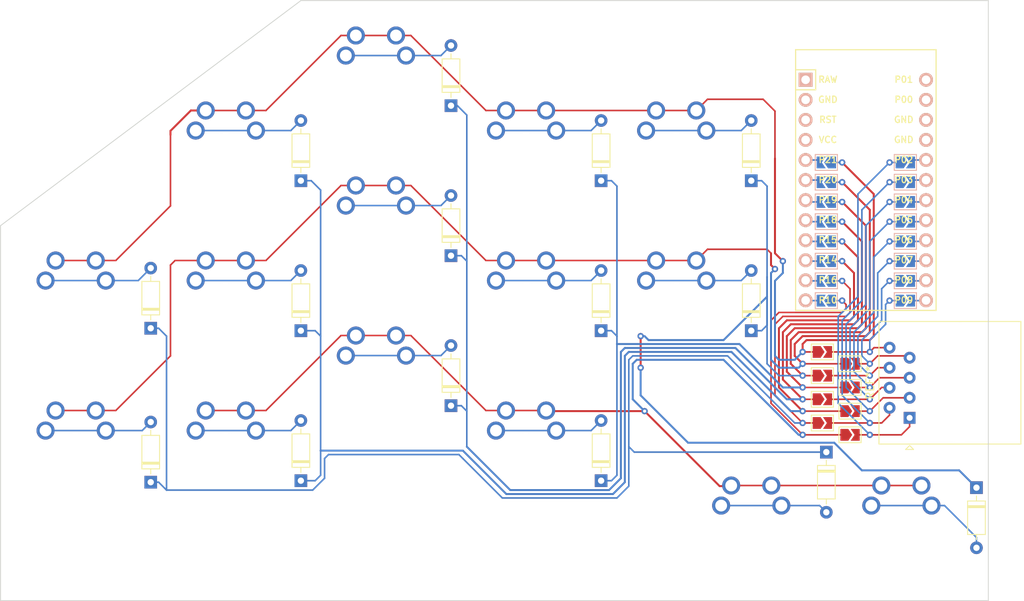
<source format=kicad_pcb>
(kicad_pcb (version 20211014) (generator pcbnew)
  (layers (0 "F.Cu" signal) (31 "B.Cu" signal) (34 "B.Paste" user) (35 "F.Paste" user) (36 "B.SilkS" user "B.Silkscreen") (37 "F.SilkS" user "F.Silkscreen") (38 "B.Mask" user) (39 "F.Mask" user) (44 "Edge.Cuts" user))
  (net 0 "")
  (footprint "MX" (layer "F.Cu") (at 134 98)
    (fp_text reference "S14" hide)
    (fp_text value "" hide)
  )
  (footprint "Diode_THT:D_DO-35_SOD27_P7.62mm_Horizontal" (layer "F.Cu") (at 115 73.31 90)
    (fp_text reference "R" hide)
    (fp_text value "d" hide)
  )
  (footprint "ProMicro" (layer "F.Cu") (at 129.5 55.5 -90)
    (fp_text reference "MCU1" hide)
    (fp_text value "" hide)
  )
  (footprint "MX" (layer "F.Cu") (at 67.5 79)
    (fp_text reference "S14" hide)
    (fp_text value "" hide)
  )
  (footprint "MX" (layer "F.Cu") (at 105.5 50.5)
    (fp_text reference "S14" hide)
    (fp_text value "" hide)
  )
  (footprint "Diode_THT:D_DO-35_SOD27_P7.62mm_Horizontal" (layer "F.Cu") (at 58 92.31 90)
    (fp_text reference "R" hide)
    (fp_text value "d" hide)
  )
  (footprint "Diode_THT:D_DO-35_SOD27_P7.62mm_Horizontal" (layer "F.Cu") (at 143.5 93.19 -90)
    (fp_text reference "R" hide)
    (fp_text value "d" hide)
  )
  (footprint "MX" (layer "F.Cu") (at 48.5 50.5)
    (fp_text reference "S14" hide)
    (fp_text value "" hide)
  )
  (footprint "Diode_THT:D_DO-35_SOD27_P7.62mm_Horizontal" (layer "F.Cu") (at 96 92.31 90)
    (fp_text reference "R" hide)
    (fp_text value "d" hide)
  )
  (footprint "MX" (layer "F.Cu") (at 48.5 69.5)
    (fp_text reference "S14" hide)
    (fp_text value "" hide)
  )
  (footprint "Diode_THT:D_DO-35_SOD27_P7.62mm_Horizontal" (layer "F.Cu") (at 77 44.81 90)
    (fp_text reference "R" hide)
    (fp_text value "d" hide)
  )
  (footprint "MX" (layer "F.Cu") (at 115 98)
    (fp_text reference "S14" hide)
    (fp_text value "" hide)
  )
  (footprint "MX" (layer "F.Cu") (at 86.5 50.5)
    (fp_text reference "S14" hide)
    (fp_text value "" hide)
  )
  (footprint "MX" (layer "F.Cu") (at 48.5 88.5)
    (fp_text reference "S14" hide)
    (fp_text value "" hide)
  )
  (footprint "Jumper:SolderJumper-2_P1.3mm_Open_TrianglePad1.0x1.5mm" (layer "F.Cu") (at 127.5 80.5)
    (fp_text reference "r" hide)
    (fp_text value "Jump" hide)
  )
  (footprint "Jumper:SolderJumper-2_P1.3mm_Open_TrianglePad1.0x1.5mm" (layer "F.Cu") (at 124 85)
    (fp_text reference "r" hide)
    (fp_text value "Jump" hide)
  )
  (footprint "Jumper:SolderJumper-2_P1.3mm_Open_TrianglePad1.0x1.5mm" (layer "F.Cu") (at 124 76)
    (fp_text reference "r" hide)
    (fp_text value "Jump" hide)
  )
  (footprint "Diode_THT:D_DO-35_SOD27_P7.62mm_Horizontal" (layer "F.Cu") (at 39 92.5 90)
    (fp_text reference "R" hide)
    (fp_text value "d" hide)
  )
  (footprint "Diode_THT:D_DO-35_SOD27_P7.62mm_Horizontal" (layer "F.Cu") (at 39 73 90)
    (fp_text reference "R" hide)
    (fp_text value "d" hide)
  )
  (footprint "Jumper:SolderJumper-2_P1.3mm_Open_TrianglePad1.0x1.5mm" (layer "F.Cu") (at 127.5 86.5)
    (fp_text reference "r" hide)
    (fp_text value "Jump" hide)
  )
  (footprint "Jumper:SolderJumper-2_P1.3mm_Open_TrianglePad1.0x1.5mm" (layer "F.Cu") (at 127.5 77.5)
    (fp_text reference "r" hide)
    (fp_text value "Jump" hide)
  )
  (footprint "Jumper:SolderJumper-2_P1.3mm_Open_TrianglePad1.0x1.5mm" (layer "F.Cu") (at 127.5 83.5)
    (fp_text reference "r" hide)
    (fp_text value "Jump" hide)
  )
  (footprint "Diode_THT:D_DO-35_SOD27_P7.62mm_Horizontal" (layer "F.Cu") (at 115 54.31 90)
    (fp_text reference "R" hide)
    (fp_text value "d" hide)
  )
  (footprint "MX" (layer "F.Cu") (at 105.5 69.5)
    (fp_text reference "S14" hide)
    (fp_text value "" hide)
  )
  (footprint "Jumper:SolderJumper-2_P1.3mm_Open_TrianglePad1.0x1.5mm" (layer "F.Cu") (at 124 79)
    (fp_text reference "r" hide)
    (fp_text value "Jump" hide)
  )
  (footprint "Diode_THT:D_DO-35_SOD27_P7.62mm_Horizontal" (layer "F.Cu") (at 77 82.81 90)
    (fp_text reference "R" hide)
    (fp_text value "d" hide)
  )
  (footprint "Diode_THT:D_DO-35_SOD27_P7.62mm_Horizontal" (layer "F.Cu") (at 96 73.31 90)
    (fp_text reference "R" hide)
    (fp_text value "d" hide)
  )
  (footprint "Diode_THT:D_DO-35_SOD27_P7.62mm_Horizontal" (layer "F.Cu") (at 124.5 88.69 -90)
    (fp_text reference "R" hide)
    (fp_text value "d" hide)
  )
  (footprint "Connector_RJ:RJ45_Amphenol_54602-x08_Horizontal" (layer "F.Cu") (at 135.04 84.35 90)
    (fp_text reference "REF**")
    (fp_text value "RJ45_Amphenol_54602-x08_Horizontal")
  )
  (footprint "Diode_THT:D_DO-35_SOD27_P7.62mm_Horizontal" (layer "F.Cu") (at 77 63.81 90)
    (fp_text reference "R" hide)
    (fp_text value "d" hide)
  )
  (footprint "Jumper:SolderJumper-2_P1.3mm_Open_TrianglePad1.0x1.5mm" (layer "F.Cu") (at 124 82)
    (fp_text reference "r" hide)
    (fp_text value "Jump" hide)
  )
  (footprint "MX" (layer "F.Cu") (at 67.5 41)
    (fp_text reference "S14" hide)
    (fp_text value "" hide)
  )
  (footprint "Diode_THT:D_DO-35_SOD27_P7.62mm_Horizontal" (layer "F.Cu") (at 58 73.31 90)
    (fp_text reference "R" hide)
    (fp_text value "d" hide)
  )
  (footprint "MX" (layer "F.Cu") (at 86.5 88.5)
    (fp_text reference "S14" hide)
    (fp_text value "" hide)
  )
  (footprint "Diode_THT:D_DO-35_SOD27_P7.62mm_Horizontal" (layer "F.Cu") (at 96 54.31 90)
    (fp_text reference "R" hide)
    (fp_text value "d" hide)
  )
  (footprint "MX" (layer "F.Cu") (at 29.5 69.5)
    (fp_text reference "S14" hide)
    (fp_text value "" hide)
  )
  (footprint "MX" (layer "F.Cu") (at 86.5 69.5)
    (fp_text reference "S14" hide)
    (fp_text value "" hide)
  )
  (footprint "Diode_THT:D_DO-35_SOD27_P7.62mm_Horizontal" (layer "F.Cu") (at 58 54.31 90)
    (fp_text reference "R" hide)
    (fp_text value "d" hide)
  )
  (footprint "MX" (layer "F.Cu") (at 67.5 60)
    (fp_text reference "S14" hide)
    (fp_text value "" hide)
  )
  (footprint "MX" (layer "F.Cu") (at 29.5 88.5)
    (fp_text reference "S14" hide)
    (fp_text value "" hide)
  )
  (footprint "Jumper:SolderJumper-2_P1.3mm_Open_TrianglePad1.0x1.5mm" (layer "B.Cu") (at 134.5 54.5)
    (fp_text reference "r" hide)
    (fp_text value "Jump" hide)
  )
  (footprint "Jumper:SolderJumper-2_P1.3mm_Open_TrianglePad1.0x1.5mm" (layer "B.Cu") (at 134.5 62)
    (fp_text reference "r" hide)
    (fp_text value "Jump" hide)
  )
  (footprint "Jumper:SolderJumper-2_P1.3mm_Open_TrianglePad1.0x1.5mm" (layer "B.Cu") (at 124.5 59.5 180)
    (fp_text reference "r" hide)
    (fp_text value "Jump" hide)
  )
  (footprint "Jumper:SolderJumper-2_P1.3mm_Open_TrianglePad1.0x1.5mm" (layer "B.Cu") (at 134.5 69.5)
    (fp_text reference "r" hide)
    (fp_text value "Jump" hide)
  )
  (footprint "Jumper:SolderJumper-2_P1.3mm_Open_TrianglePad1.0x1.5mm" (layer "B.Cu") (at 134.5 67)
    (fp_text reference "r" hide)
    (fp_text value "Jump" hide)
  )
  (footprint "Jumper:SolderJumper-2_P1.3mm_Open_TrianglePad1.0x1.5mm" (layer "B.Cu") (at 124.5 52 180)
    (fp_text reference "r" hide)
    (fp_text value "Jump" hide)
  )
  (footprint "Jumper:SolderJumper-2_P1.3mm_Open_TrianglePad1.0x1.5mm" (layer "B.Cu") (at 134.5 57)
    (fp_text reference "r" hide)
    (fp_text value "Jump" hide)
  )
  (footprint "Jumper:SolderJumper-2_P1.3mm_Open_TrianglePad1.0x1.5mm" (layer "B.Cu") (at 124.5 67 180)
    (fp_text reference "r" hide)
    (fp_text value "Jump" hide)
  )
  (footprint "Jumper:SolderJumper-2_P1.3mm_Open_TrianglePad1.0x1.5mm" (layer "B.Cu") (at 124.5 57 180)
    (fp_text reference "r" hide)
    (fp_text value "Jump" hide)
  )
  (footprint "Jumper:SolderJumper-2_P1.3mm_Open_TrianglePad1.0x1.5mm" (layer "B.Cu") (at 124.5 62 180)
    (fp_text reference "r" hide)
    (fp_text value "Jump" hide)
  )
  (footprint "Jumper:SolderJumper-2_P1.3mm_Open_TrianglePad1.0x1.5mm" (layer "B.Cu") (at 124.5 64.5 180)
    (fp_text reference "r" hide)
    (fp_text value "Jump" hide)
  )
  (footprint "Jumper:SolderJumper-2_P1.3mm_Open_TrianglePad1.0x1.5mm" (layer "B.Cu") (at 134.5 64.5)
    (fp_text reference "r" hide)
    (fp_text value "Jump" hide)
  )
  (footprint "Jumper:SolderJumper-2_P1.3mm_Open_TrianglePad1.0x1.5mm" (layer "B.Cu") (at 124.5 54.5 180)
    (fp_text reference "r" hide)
    (fp_text value "Jump" hide)
  )
  (footprint "Jumper:SolderJumper-2_P1.3mm_Open_TrianglePad1.0x1.5mm" (layer "B.Cu") (at 124.5 69.5 180)
    (fp_text reference "r" hide)
    (fp_text value "Jump" hide)
  )
  (footprint "Jumper:SolderJumper-2_P1.3mm_Open_TrianglePad1.0x1.5mm" (layer "B.Cu") (at 134.5 59.5)
    (fp_text reference "r" hide)
    (fp_text value "Jump" hide)
  )
  (footprint "Jumper:SolderJumper-2_P1.3mm_Open_TrianglePad1.0x1.5mm" (layer "B.Cu") (at 134.5 52)
    (fp_text reference "r" hide)
    (fp_text value "Jump" hide)
  )
  (gr_line (start 20 60) (end 20 107.5) (layer "Edge.Cuts") (width 0.1))
  (gr_line (start 58 31.5) (end 20 60) (layer "Edge.Cuts") (width 0.1))
  (gr_line (start 145 107.5) (end 145 87.5) (layer "Edge.Cuts") (width 0.1))
  (gr_line (start 145 87.5) (end 145 72) (layer "Edge.Cuts") (width 0.1))
  (gr_line (start 145 72) (end 145 31.5) (layer "Edge.Cuts") (width 0.1))
  (gr_line (start 20 107.5) (end 145 107.5) (layer "Edge.Cuts") (width 0.1))
  (gr_line (start 145 31.5) (end 58 31.5) (layer "Edge.Cuts") (width 0.1))
  (segment (start 130 73.5) (end 130 58) (width 0.25) (layer "F.Cu") (net 0))
  (segment (start 126.775 77.5) (end 121.5 77.5) (width 0.2) (layer "F.Cu") (net 0))
  (segment (start 130 76) (end 124.725 76) (width 0.2) (layer "F.Cu") (net 0))
  (segment (start 102.96 45.42) (end 108.04 45.42) (width 0.2) (layer "F.Cu") (net 0))
  (segment (start 102.96 64.42) (end 108.04 64.42) (width 0.2) (layer "F.Cu") (net 0))
  (segment (start 131.23 79.27) (end 135.04 79.27) (width 0.2) (layer "F.Cu") (net 0))
  (segment (start 120 74.5) (end 121 73.5) (width 0.25) (layer "F.Cu") (net 0))
  (segment (start 119.5 74) (end 120.5 73) (width 0.25) (layer "F.Cu") (net 0))
  (segment (start 131 78) (end 132.5 78) (width 0.2) (layer "F.Cu") (net 0))
  (segment (start 134 86.5) (end 135.04 85.46) (width 0.2) (layer "F.Cu") (net 0))
  (segment (start 127.5 68) (end 126.5 67) (width 0.2) (layer "F.Cu") (net 0))
  (segment (start 131.69 81.81) (end 135.04 81.81) (width 0.2) (layer "F.Cu") (net 0))
  (segment (start 117.5 82.5) (end 121.5 86.5) (width 0.2) (layer "F.Cu") (net 0))
  (segment (start 120.5 73) (end 128.5 73) (width 0.25) (layer "F.Cu") (net 0))
  (segment (start 126.775 80.5) (end 121.5 80.5) (width 0.2) (layer "F.Cu") (net 0))
  (segment (start 127 70) (end 127 70.5) (width 0.2) (layer "F.Cu") (net 0))
  (segment (start 51.04 45.42) (end 53.58 45.42) (width 0.2) (layer "F.Cu") (net 0))
  (segment (start 129 62) (end 126.5 59.5) (width 0.25) (layer "F.Cu") (net 0))
  (segment (start 132.5 84) (end 132.5 83.08) (width 0.2) (layer "F.Cu") (net 0))
  (segment (start 53.58 45.42) (end 63.08 35.92) (width 0.2) (layer "F.Cu") (net 0))
  (segment (start 127 70.5) (end 126.5 71) (width 0.2) (layer "F.Cu") (net 0))
  (segment (start 108.04 45.42) (end 109.46 44) (width 0.2) (layer "F.Cu") (net 0))
  (segment (start 120 77.5) (end 120 74.5) (width 0.25) (layer "F.Cu") (net 0))
  (segment (start 130 82) (end 124.725 82) (width 0.2) (layer "F.Cu") (net 0))
  (segment (start 64.96 73.92) (end 70.04 73.92) (width 0.2) (layer "F.Cu") (net 0))
  (segment (start 71.92 73.92) (end 81.42 83.42) (width 0.2) (layer "F.Cu") (net 0))
  (segment (start 128 72.5) (end 128.5 72) (width 0.25) (layer "F.Cu") (net 0))
  (segment (start 130 74.5) (end 130.5 74) (width 0.25) (layer "F.Cu") (net 0))
  (segment (start 135.04 85.46) (end 135.04 84.35) (width 0.2) (layer "F.Cu") (net 0))
  (segment (start 121.99 64.5) (end 121.88 64.39) (width 0.2) (layer "F.Cu") (net 0))
  (segment (start 118 65.5) (end 117.5 65) (width 0.25) (layer "F.Cu") (net 0))
  (segment (start 129.5 74) (end 130 73.5) (width 0.25) (layer "F.Cu") (net 0))
  (segment (start 121.5 85) (end 118 81.5) (width 0.2) (layer "F.Cu") (net 0))
  (segment (start 128.5 64) (end 126.5 62) (width 0.25) (layer "F.Cu") (net 0))
  (segment (start 41.5 65) (end 42.08 64.42) (width 0.2) (layer "F.Cu") (net 0))
  (segment (start 118 63.5) (end 118 51.5) (width 0.25) (layer "F.Cu") (net 0))
  (segment (start 45.96 64.42) (end 51.04 64.42) (width 0.2) (layer "F.Cu") (net 0))
  (segment (start 81.42 64.42) (end 83.96 64.42) (width 0.2) (layer "F.Cu") (net 0))
  (segment (start 130 83.5) (end 131.69 81.81) (width 0.2) (layer "F.Cu") (net 0))
  (segment (start 34.58 64.42) (end 39 60) (width 0.2) (layer "F.Cu") (net 0))
  (segment (start 119.5 72) (end 127.5 72) (width 0.25) (layer "F.Cu") (net 0))
  (segment (start 89.04 64.42) (end 102.96 64.42) (width 0.2) (layer "F.Cu") (net 0))
  (segment (start 136.97 62) (end 137.12 61.85) (width 0.2) (layer "F.Cu") (net 0))
  (segment (start 127.5 71) (end 127.5 68) (width 0.2) (layer "F.Cu") (net 0))
  (segment (start 120.5 76.5) (end 120.5 75) (width 0.25) (layer "F.Cu") (net 0))
  (segment (start 128.5 72) (end 128.5 64) (width 0.25) (layer "F.Cu") (net 0))
  (segment (start 126.775 83.5) (end 121.5 83.5) (width 0.2) (layer "F.Cu") (net 0))
  (segment (start 63.08 73.92) (end 64.96 73.92) (width 0.2) (layer "F.Cu") (net 0))
  (segment (start 81.42 83.42) (end 83.96 83.42) (width 0.2) (layer "F.Cu") (net 0))
  (segment (start 126.5 69.5) (end 127 70) (width 0.2) (layer "F.Cu") (net 0))
  (segment (start 83.96 45.42) (end 89.04 45.42) (width 0.2) (layer "F.Cu") (net 0))
  (segment (start 121.5 76) (end 121.5 75) (width 0.25) (layer "F.Cu") (net 0))
  (segment (start 53.58 64.42) (end 63.08 54.92) (width 0.2) (layer "F.Cu") (net 0))
  (segment (start 32.04 64.42) (end 34.58 64.42) (width 0.2) (layer "F.Cu") (net 0))
  (segment (start 120.5 75) (end 121.5 74) (width 0.25) (layer "F.Cu") (net 0))
  (segment (start 121 73.5) (end 129 73.5) (width 0.25) (layer "F.Cu") (net 0))
  (segment (start 41.5 57.5) (end 41.5 48.5) (width 0.2) (layer "F.Cu") (net 0))
  (segment (start 34.58 83.42) (end 41.5 76.5) (width 0.2) (layer "F.Cu") (net 0))
  (segment (start 130 86.5) (end 134 86.5) (width 0.2) (layer "F.Cu") (net 0))
  (segment (start 131.5 80.5) (end 132.46 80.5) (width 0.2) (layer "F.Cu") (net 0))
  (segment (start 130 86.5) (end 128.225 86.5) (width 0.2) (layer "F.Cu") (net 0))
  (segment (start 53.58 83.42) (end 63.08 73.92) (width 0.2) (layer "F.Cu") (net 0))
  (segment (start 116.5 44) (end 117.5 45) (width 0.2) (layer "F.Cu") (net 0))
  (segment (start 44.08 45.42) (end 45.96 45.42) (width 0.25) (layer "F.Cu") (net 0))
  (segment (start 117.5 65) (end 117.5 63.5) (width 0.25) (layer "F.Cu") (net 0))
  (segment (start 128 71.5) (end 128 66) (width 0.25) (layer "F.Cu") (net 0))
  (segment (start 129 72.5) (end 129 62) (width 0.25) (layer "F.Cu") (net 0))
  (segment (start 45.96 83.42) (end 51.04 83.42) (width 0.2) (layer "F.Cu") (net 0))
  (segment (start 121.5 77.5) (end 120.5 76.5) (width 0.25) (layer "F.Cu") (net 0))
  (segment (start 130.5 56) (end 126.5 52) (width 0.25) (layer "F.Cu") (net 0))
  (segment (start 118.5 80.5) (end 118.5 73) (width 0.25) (layer "F.Cu") (net 0))
  (segment (start 71.92 54.92) (end 81.42 64.42) (width 0.2) (layer "F.Cu") (net 0))
  (segment (start 42.08 64.42) (end 45.96 64.42) (width 0.2) (layer "F.Cu") (net 0))
  (segment (start 70.04 73.92) (end 71.92 73.92) (width 0.2) (layer "F.Cu") (net 0))
  (segment (start 122 74.5) (end 130 74.5) (width 0.25) (layer "F.Cu") (net 0))
  (segment (start 136.89 57) (end 137.12 56.77) (width 0.2) (layer "F.Cu") (net 0))
  (segment (start 127.5 72) (end 128 71.5) (width 0.25) (layer "F.Cu") (net 0))
  (segment (start 118 72.5) (end 119 71.5) (width 0.2) (layer "F.Cu") (net 0))
  (segment (start 137.05 67) (end 137.12 66.93) (width 0.2) (layer "F.Cu") (net 0))
  (segment (start 41.5 48) (end 41.5 48.5) (width 0.25) (layer "F.Cu") (net 0))
  (segment (start 112.38 93) (end 112.46 92.92) (width 0.25) (layer "F.Cu") (net 0))
  (segment (start 128.5 73) (end 129 72.5) (width 0.25) (layer "F.Cu") (net 0))
  (segment (start 109.46 63) (end 109.5 63) (width 0.2) (layer "F.Cu") (net 0))
  (segment (start 118 81.5) (end 118 72.5) (width 0.2) (layer "F.Cu") (net 0))
  (segment (start 130 80.5) (end 131.23 79.27) (width 0.2) (layer "F.Cu") (net 0))
  (segment (start 123.275 82) (end 121.5 82) (width 0.2) (layer "F.Cu") (net 0))
  (segment (start 130 79) (end 131 78) (width 0.2) (layer "F.Cu") (net 0))
  (segment (start 44.08 45.42) (end 41.5 48) (width 0.25) (layer "F.Cu") (net 0))
  (segment (start 126.5 71) (end 118.5 71) (width 0.2) (layer "F.Cu") (net 0))
  (segment (start 117.5 45) (end 118 45.5) (width 0.2) (layer "F.Cu") (net 0))
  (segment (start 117.5 72) (end 117.5 82.5) (width 0.2) (layer "F.Cu") (net 0))
  (segment (start 108.04 64.42) (end 109.46 63) (width 0.2) (layer "F.Cu") (net 0))
  (segment (start 130 82) (end 131.5 80.5) (width 0.2) (layer "F.Cu") (net 0))
  (segment (start 119 79.5) (end 119 73.5) (width 0.25) (layer "F.Cu") (net 0))
  (segment (start 123.275 76) (end 121.5 76) (width 0.2) (layer "F.Cu") (net 0))
  (segment (start 101 78) (end 101 74) (width 0.25) (layer "F.Cu") (net 0))
  (segment (start 129.5 60) (end 126.5 57) (width 0.25) (layer "F.Cu") (net 0))
  (segment (start 70.04 54.92) (end 71.92 54.92) (width 0.2) (layer "F.Cu") (net 0))
  (segment (start 100 83.5) (end 101.5 83.5) (width 0.25) (layer "F.Cu") (net 0))
  (segment (start 39 60) (end 41.5 57.5) (width 0.2) (layer "F.Cu") (net 0))
  (segment (start 26.96 83.42) (end 32.04 83.42) (width 0.2) (layer "F.Cu") (net 0))
  (segment (start 121.91 69.5) (end 121.88 69.47) (width 0.2) (layer "F.Cu") (net 0))
  (segment (start 128 66) (end 126.5 64.5) (width 0.25) (layer "F.Cu") (net 0))
  (segment (start 130 77.5) (end 128.225 77.5) (width 0.2) (layer "F.Cu") (net 0))
  (segment (start 118 45.5) (end 118 51.5) (width 0.2) (layer "F.Cu") (net 0))
  (segment (start 51.04 83.42) (end 53.58 83.42) (width 0.2) (layer "F.Cu") (net 0))
  (segment (start 70.04 35.92) (end 71.92 35.92) (width 0.2) (layer "F.Cu") (net 0))
  (segment (start 130 85) (end 131.5 85) (width 0.2) (layer "F.Cu") (net 0))
  (segment (start 117.54 92.92) (end 131.46 92.92) (width 0.2) (layer "F.Cu") (net 0))
  (segment (start 63.08 54.92) (end 64.96 54.92) (width 0.2) (layer "F.Cu") (net 0))
  (segment (start 100 83.5) (end 89.12 83.5) (width 0.25) (layer "F.Cu") (net 0))
  (segment (start 123.275 79) (end 121.5 79) (width 0.2) (layer "F.Cu") (net 0))
  (segment (start 130 58) (end 126.5 54.5) (width 0.25) (layer "F.Cu") (net 0))
  (segment (start 64.96 54.92) (end 70.04 54.92) (width 0.2) (layer "F.Cu") (net 0))
  (segment (start 130.54 75.46) (end 130 76) (width 0.2) (layer "F.Cu") (net 0))
  (segment (start 45.96 45.42) (end 51.04 45.42) (width 0.2) (layer "F.Cu") (net 0))
  (segment (start 71.92 35.92) (end 81.42 45.42) (width 0.2) (layer "F.Cu") (net 0))
  (segment (start 109.5 63) (end 117 63) (width 0.2) (layer "F.Cu") (net 0))
  (segment (start 132.5 75.46) (end 130.54 75.46) (width 0.2) (layer "F.Cu") (net 0))
  (segment (start 32.04 83.42) (end 34.58 83.42) (width 0.2) (layer "F.Cu") (net 0))
  (segment (start 81.42 45.42) (end 83.96 45.42) (width 0.2) (layer "F.Cu") (net 0))
  (segment (start 41.5 76.5) (end 41.5 65) (width 0.2) (layer "F.Cu") (net 0))
  (segment (start 126.775 86.5) (end 121.5 86.5) (width 0.2) (layer "F.Cu") (net 0))
  (segment (start 121.5 83.5) (end 118.5 80.5) (width 0.25) (layer "F.Cu") (net 0))
  (segment (start 121.5 75) (end 122 74.5) (width 0.25) (layer "F.Cu") (net 0))
  (segment (start 121.5 82) (end 119 79.5) (width 0.25) (layer "F.Cu") (net 0))
  (segment (start 130 85) (end 124.725 85) (width 0.2) (layer "F.Cu") (net 0))
  (segment (start 129.5 73) (end 129.5 60) (width 0.25) (layer "F.Cu") (net 0))
  (segment (start 26.96 64.42) (end 32.04 64.42) (width 0.2) (layer "F.Cu") (net 0))
  (segment (start 134.81 76.5) (end 135.04 76.73) (width 0.2) (layer "F.Cu") (net 0))
  (segment (start 119.5 78.5) (end 119.5 74) (width 0.25) (layer "F.Cu") (net 0))
  (segment (start 120 72.5) (end 128 72.5) (width 0.25) (layer "F.Cu") (net 0))
  (segment (start 121.5 79) (end 120 77.5) (width 0.25) (layer "F.Cu") (net 0))
  (segment (start 119 64.5) (end 118 63.5) (width 0.25) (layer "F.Cu") (net 0))
  (segment (start 83.96 64.42) (end 89.04 64.42) (width 0.2) (layer "F.Cu") (net 0))
  (segment (start 63.08 35.92) (end 64.96 35.92) (width 0.2) (layer "F.Cu") (net 0))
  (segment (start 130 79) (end 124.725 79) (width 0.2) (layer "F.Cu") (net 0))
  (segment (start 131 76.5) (end 134.81 76.5) (width 0.2) (layer "F.Cu") (net 0))
  (segment (start 109.46 44) (end 116.5 44) (width 0.2) (layer "F.Cu") (net 0))
  (segment (start 64.96 35.92) (end 70.04 35.92) (width 0.2) (layer "F.Cu") (net 0))
  (segment (start 132.46 80.5) (end 132.5 80.54) (width 0.2) (layer "F.Cu") (net 0))
  (segment (start 122.07 59.5) (end 121.88 59.31) (width 0.2) (layer "F.Cu") (net 0))
  (segment (start 121.5 74) (end 129.5 74) (width 0.25) (layer "F.Cu") (net 0))
  (segment (start 89.12 83.5) (end 89.04 83.42) (width 0.25) (layer "F.Cu") (net 0))
  (segment (start 118.5 71) (end 117.5 72) (width 0.2) (layer "F.Cu") (net 0))
  (segment (start 130.5 74) (end 130.5 56) (width 0.25) (layer "F.Cu") (net 0))
  (segment (start 89.04 45.42) (end 102.96 45.42) (width 0.2) (layer "F.Cu") (net 0))
  (segment (start 83.96 83.42) (end 89.04 83.42) (width 0.2) (layer "F.Cu") (net 0))
  (segment (start 119 71.5) (end 127 71.5) (width 0.2) (layer "F.Cu") (net 0))
  (segment (start 131.46 92.92) (end 136.54 92.92) (width 0.2) (layer "F.Cu") (net 0))
  (segment (start 130 83.5) (end 128.225 83.5) (width 0.2) (layer "F.Cu") (net 0))
  (segment (start 127 71.5) (end 127.5 71) (width 0.2) (layer "F.Cu") (net 0))
  (segment (start 112.46 92.92) (end 117.54 92.92) (width 0.2) (layer "F.Cu") (net 0))
  (segment (start 101.5 83.5) (end 111 93) (width 0.25) (layer "F.Cu") (net 0))
  (segment (start 119 73.5) (end 120 72.5) (width 0.25) (layer "F.Cu") (net 0))
  (segment (start 130 77.5) (end 131 76.5) (width 0.2) (layer "F.Cu") (net 0))
  (segment (start 131.5 85) (end 132.5 84) (width 0.2) (layer "F.Cu") (net 0))
  (segment (start 117 63) (end 117.5 63.5) (width 0.2) (layer "F.Cu") (net 0))
  (segment (start 111 93) (end 112.38 93) (width 0.25) (layer "F.Cu") (net 0))
  (segment (start 121.5 80.5) (end 119.5 78.5) (width 0.25) (layer "F.Cu") (net 0))
  (segment (start 51.04 64.42) (end 53.58 64.42) (width 0.2) (layer "F.Cu") (net 0))
  (segment (start 123.275 85) (end 121.5 85) (width 0.2) (layer "F.Cu") (net 0))
  (segment (start 129 73.5) (end 129.5 73) (width 0.25) (layer "F.Cu") (net 0))
  (segment (start 118.5 73) (end 119.5 72) (width 0.25) (layer "F.Cu") (net 0))
  (segment (start 130 80.5) (end 128.225 80.5) (width 0.2) (layer "F.Cu") (net 0))
  (via (at 126.5 59.5) (size 0.8) (drill 0.4) (layers "F.Cu" "B.Cu") (net 0))
  (via (at 132.5 62) (size 0.8) (drill 0.4) (layers "F.Cu" "B.Cu") (net 0))
  (via (at 126.5 67) (size 0.8) (drill 0.4) (layers "F.Cu" "B.Cu") (net 0))
  (via (at 126.5 52) (size 0.8) (drill 0.4) (layers "F.Cu" "B.Cu") (net 0))
  (via (at 101 74) (size 0.8) (drill 0.4) (layers "F.Cu" "B.Cu") (net 0))
  (via (at 126.5 64.5) (size 0.8) (drill 0.4) (layers "F.Cu" "B.Cu") (net 0))
  (via (at 101.5 83.5) (size 0.8) (drill 0.4) (layers "F.Cu" "B.Cu") (net 0))
  (via (at 132.5 59.5) (size 0.8) (drill 0.4) (layers "F.Cu" "B.Cu") (net 0))
  (via (at 130 77.5) (size 0.8) (drill 0.4) (layers "F.Cu" "B.Cu") (net 0))
  (via (at 132.5 54.5) (size 0.8) (drill 0.4) (layers "F.Cu" "B.Cu") (net 0))
  (via (at 132.5 67) (size 0.8) (drill 0.4) (layers "F.Cu" "B.Cu") (net 0))
  (via (at 121.5 83.5) (size 0.8) (drill 0.4) (layers "F.Cu" "B.Cu") (net 0))
  (via (at 126.5 62) (size 0.8) (drill 0.4) (layers "F.Cu" "B.Cu") (net 0))
  (via (at 130 82) (size 0.8) (drill 0.4) (layers "F.Cu" "B.Cu") (net 0))
  (via (at 126.5 57) (size 0.8) (drill 0.4) (layers "F.Cu" "B.Cu") (net 0))
  (via (at 121.5 85) (size 0.8) (drill 0.4) (layers "F.Cu" "B.Cu") (net 0))
  (via (at 121.5 82) (size 0.8) (drill 0.4) (layers "F.Cu" "B.Cu") (net 0))
  (via (at 121.5 79) (size 0.8) (drill 0.4) (layers "F.Cu" "B.Cu") (net 0))
  (via (at 130 76) (size 0.8) (drill 0.4) (layers "F.Cu" "B.Cu") (net 0))
  (via (at 132.5 52) (size 0.8) (drill 0.4) (layers "F.Cu" "B.Cu") (net 0))
  (via (at 118 65.5) (size 0.8) (drill 0.4) (layers "F.Cu" "B.Cu") (net 0))
  (via (at 101 78) (size 0.8) (drill 0.4) (layers "F.Cu" "B.Cu") (net 0))
  (via (at 121.5 76) (size 0.8) (drill 0.4) (layers "F.Cu" "B.Cu") (net 0))
  (via (at 121.5 77.5) (size 0.8) (drill 0.4) (layers "F.Cu" "B.Cu") (net 0))
  (via (at 126.5 54.5) (size 0.8) (drill 0.4) (layers "F.Cu" "B.Cu") (net 0))
  (via (at 130 85) (size 0.8) (drill 0.4) (layers "F.Cu" "B.Cu") (net 0))
  (via (at 130 83.5) (size 0.8) (drill 0.4) (layers "F.Cu" "B.Cu") (net 0))
  (via (at 126.5 69.5) (size 0.8) (drill 0.4) (layers "F.Cu" "B.Cu") (net 0))
  (via (at 132.5 57) (size 0.8) (drill 0.4) (layers "F.Cu" "B.Cu") (net 0))
  (via (at 121.5 80.5) (size 0.8) (drill 0.4) (layers "F.Cu" "B.Cu") (net 0))
  (via (at 121.5 86.5) (size 0.8) (drill 0.4) (layers "F.Cu" "B.Cu") (net 0))
  (via (at 119 64.5) (size 0.8) (drill 0.4) (layers "F.Cu" "B.Cu") (net 0))
  (via (at 130 86.5) (size 0.8) (drill 0.4) (layers "F.Cu" "B.Cu") (net 0))
  (via (at 132.5 69.5) (size 0.8) (drill 0.4) (layers "F.Cu" "B.Cu") (net 0))
  (via (at 130 80.5) (size 0.8) (drill 0.4) (layers "F.Cu" "B.Cu") (net 0))
  (via (at 130 79) (size 0.8) (drill 0.4) (layers "F.Cu" "B.Cu") (net 0))
  (via (at 132.5 64.5) (size 0.8) (drill 0.4) (layers "F.Cu" "B.Cu") (net 0))
  (segment (start 37.42 66.96) (end 39 65.38) (width 0.2) (layer "B.Cu") (net 0))
  (segment (start 97 93.5) (end 98.5 92) (width 0.25) (layer "B.Cu") (net 0))
  (segment (start 82.69 47.96) (end 90.31 47.96) (width 0.2) (layer "B.Cu") (net 0))
  (segment (start 79 88) (end 84.5 93.5) (width 0.25) (layer "B.Cu") (net 0))
  (segment (start 122.03 62) (end 121.88 61.85) (width 0.2) (layer "B.Cu") (net 0))
  (segment (start 127.5 79.5) (end 130 82) (width 0.2) (layer "B.Cu") (net 0))
  (segment (start 78.5 89.5) (end 83.5 94.5) (width 0.2) (layer "B.Cu") (net 0))
  (segment (start 130.5 64) (end 130.5 71) (width 0.2) (layer "B.Cu") (net 0))
  (segment (start 111.19 95.46) (end 118.81 95.46) (width 0.2) (layer "B.Cu") (net 0))
  (segment (start 123.775 67) (end 121.95 67) (width 0.2) (layer "B.Cu") (net 0))
  (segment (start 78.5 88.5) (end 84 94) (width 0.25) (layer "B.Cu") (net 0))
  (segment (start 136.93 59.5) (end 137.12 59.31) (width 0.2) (layer "B.Cu") (net 0))
  (segment (start 117 66.5) (end 117 77.5) (width 0.2) (layer "B.Cu") (net 0))
  (segment (start 135.495 54.23) (end 137.12 54.23) (width 0.2) (layer "B.Cu") (net 0))
  (segment (start 39 92.5) (end 40 92.5) (width 0.2) (layer "B.Cu") (net 0))
  (segment (start 99 76.5) (end 99.5 76) (width 0.25) (layer "B.Cu") (net 0))
  (segment (start 123.775 57) (end 122.11 57) (width 0.2) (layer "B.Cu") (net 0))
  (segment (start 25.69 85.96) (end 33.31 85.96) (width 0.2) (layer "B.Cu") (net 0))
  (segment (start 113 75.5) (end 119.5 82) (width 0.25) (layer "B.Cu") (net 0))
  (segment (start 117 66.5) (end 117 55) (width 0.2) (layer "B.Cu") (net 0))
  (segment (start 98 91.62) (end 97.31 92.31) (width 0.2) (layer "B.Cu") (net 0))
  (segment (start 133.775 54.5) (end 132.5 54.5) (width 0.2) (layer "B.Cu") (net 0))
  (segment (start 135.225 69.5) (end 137.09 69.5) (width 0.2) (layer "B.Cu") (net 0))
  (segment (start 126.5 52) (end 125.225 52) (width 0.2) (layer "B.Cu") (net 0))
  (segment (start 131.5 68) (end 131.5 72) (width 0.2) (layer "B.Cu") (net 0))
  (segment (start 139.46 95.46) (end 143.5 99.5) (width 0.2) (layer "B.Cu") (net 0))
  (segment (start 118 65.5) (end 117.5 66) (width 0.25) (layer "B.Cu") (net 0))
  (segment (start 119.5 82) (end 121.5 82) (width 0.25) (layer "B.Cu") (net 0))
  (segment (start 40 73) (end 41 74) (width 0.2) (layer "B.Cu") (net 0))
  (segment (start 117.5 77) (end 118.5 78) (width 0.25) (layer "B.Cu") (net 0))
  (segment (start 52.31 85.96) (end 56.73 85.96) (width 0.2) (layer "B.Cu") (net 0))
  (segment (start 71.31 76.46) (end 75.73 76.46) (width 0.2) (layer "B.Cu") (net 0))
  (segment (start 90.31 47.96) (end 94.73 47.96) (width 0.2) (layer "B.Cu") (net 0))
  (segment (start 111.5 74.5) (end 117 69) (width 0.25) (layer "B.Cu") (net 0))
  (segment (start 132 72.5) (end 130 74.5) (width 0.2) (layer "B.Cu") (net 0))
  (segment (start 122.11 57) (end 121.88 56.77) (width 0.2) (layer "B.Cu") (net 0))
  (segment (start 113.73 47.96) (end 115 46.69) (width 0.2) (layer "B.Cu") (net 0))
  (segment (start 131 71.5) (end 128.5 74) (width 0.2) (layer "B.Cu") (net 0))
  (segment (start 109.31 66.96) (end 113.73 66.96) (width 0.2) (layer "B.Cu") (net 0))
  (segment (start 33.31 66.96) (end 37.42 66.96) (width 0.2) (layer "B.Cu") (net 0))
  (segment (start 143.5 99.5) (end 143.5 100.81) (width 0.2) (layer "B.Cu") (net 0))
  (segment (start 99 92.5) (end 99 76.5) (width 0.25) (layer "B.Cu") (net 0))
  (segment (start 120.5 77) (end 121.5 76) (width 0.25) (layer "B.Cu") (net 0))
  (segment (start 129.5 70) (end 127 72.5) (width 0.2) (layer "B.Cu") (net 0))
  (segment (start 125.225 64.5) (end 126.5 64.5) (width 0.2) (layer "B.Cu") (net 0))
  (segment (start 97.31 92.31) (end 96 92.31) (width 0.2) (layer "B.Cu") (net 0))
  (segment (start 132.5 57) (end 129.5 60) (width 0.2) (layer "B.Cu") (net 0))
  (segment (start 99.5 92.5) (end 99.5 88) (width 0.2) (layer "B.Cu") (net 0))
  (segment (start 129 91) (end 141.31 91) (width 0.25) (layer "B.Cu") (net 0))
  (segment (start 116.31 73.31) (end 117 72.62) (width 0.2) (layer "B.Cu") (net 0))
  (segment (start 127 72.5) (end 127 80.5) (width 0.2) (layer "B.Cu") (net 0))
  (segment (start 132.5 67) (end 133.775 67) (width 0.2) (layer "B.Cu") (net 0))
  (segment (start 98 75) (end 113.5 75) (width 0.25) (layer "B.Cu") (net 0))
  (segment (start 135.225 54.5) (end 135.495 54.23) (width 0.2) (layer "B.Cu") (net 0))
  (segment (start 127 80.5) (end 130 83.5) (width 0.2) (layer "B.Cu") (net 0))
  (segment (start 118.5 77) (end 120.5 77) (width 0.25) (layer "B.Cu") (net 0))
  (segment (start 99.5 93) (end 99.5 92.5) (width 0.2) (layer "B.Cu") (net 0))
  (segment (start 130 62) (end 130 70.5) (width 0.2) (layer "B.Cu") (net 0))
  (segment (start 123.775 52) (end 123.465 51.69) (width 0.2) (layer "B.Cu") (net 0))
  (segment (start 78.31 82.81) (end 79 83.5) (width 0.2) (layer "B.Cu") (net 0))
  (segment (start 116.31 54.31) (end 115 54.31) (width 0.2) (layer "B.Cu") (net 0))
  (segment (start 99.5 77) (end 100 76.5) (width 0.2) (layer "B.Cu") (net 0))
  (segment (start 132.5 69.5) (end 133.775 69.5) (width 0.2) (layer "B.Cu") (net 0))
  (segment (start 118.5 79) (end 121.5 79) (width 0.2) (layer "B.Cu") (net 0))
  (segment (start 63.69 38.46) (end 71.31 38.46) (width 0.2) (layer "B.Cu") (net 0))
  (segment (start 84.5 93.5) (end 97 93.5) (width 0.25) (layer "B.Cu") (net 0))
  (segment (start 126.5 81.5) (end 130 85) (width 0.2) (layer "B.Cu") (net 0))
  (segment (start 123.775 59.5) (end 122.07 59.5) (width 0.2) (layer "B.Cu") (net 0))
  (segment (start 79 46) (end 79 64.5) (width 0.2) (layer "B.Cu") (net 0))
  (segment (start 97.31 73.31) (end 98 74) (width 0.2) (layer "B.Cu") (net 0))
  (segment (start 132.5 59.5) (end 130 62) (width 0.2) (layer "B.Cu") (net 0))
  (segment (start 76.5 44.81) (end 77.81 44.81) (width 0.2) (layer "B.Cu") (net 0))
  (segment (start 130.5 64) (end 132.5 62) (width 0.2) (layer "B.Cu") (net 0))
  (segment (start 128.5 74) (end 128.5 77.5) (width 0.2) (layer "B.Cu") (net 0))
  (segment (start 61 89.5) (end 61.5 89) (width 0.2) (layer "B.Cu") (net 0))
  (segment (start 121.91 69.5) (end 121.88 69.47) (width 0.2) (layer "B.Cu") (net 0))
  (segment (start 90.31 85.96) (end 94.73 85.96) (width 0.2) (layer "B.Cu") (net 0))
  (segment (start 130.5 71) (end 128 73.5) (width 0.2) (layer "B.Cu") (net 0))
  (segment (start 120.5 85) (end 121.5 85) (width 0.2) (layer "B.Cu") (net 0))
  (segment (start 137.81 95.46) (end 139.46 95.46) (width 0.2) (layer "B.Cu") (net 0))
  (segment (start 123.465 51.69) (end 121.88 51.69) (width 0.2) (layer "B.Cu") (net 0))
  (segment (start 125.5 87.5) (end 129 91) (width 0.25) (layer "B.Cu") (net 0))
  (segment (start 117 69) (end 117 66.5) (width 0.2) (layer "B.Cu") (net 0))
  (segment (start 136.89 57) (end 137.12 56.77) (width 0.2) (layer "B.Cu") (net 0))
  (segment (start 98.5 76) (end 99 75.5) (width 0.25) (layer "B.Cu") (net 0))
  (segment (start 123.775 64.5) (end 121.99 64.5) (width 0.2) (layer "B.Cu") (net 0))
  (segment (start 60.5 55.5) (end 60.5 74) (width 0.2) (layer "B.Cu") (net 0))
  (segment (start 77.81 44.81) (end 79 46) (width 0.2) (layer "B.Cu") (net 0))
  (segment (start 40 92.5) (end 41 93.5) (width 0.2) (layer "B.Cu") (net 0))
  (segment (start 118.81 95.46) (end 123.65 95.46) (width 0.2) (layer "B.Cu") (net 0))
  (segment (start 119 64.5) (end 119 66) (width 0.25) (layer "B.Cu") (net 0))
  (segment (start 125.225 69.5) (end 126.5 69.5) (width 0.2) (layer "B.Cu") (net 0))
  (segment (start 61 92) (end 61 89.5) (width 0.2) (layer "B.Cu") (net 0))
  (segment (start 61.5 89) (end 78 89) (width 0.2) (layer "B.Cu") (net 0))
  (segment (start 99 75.5) (end 113 75.5) (width 0.25) (layer "B.Cu") (net 0))
  (segment (start 126.5 67) (end 125.225 67) (width 0.2) (layer "B.Cu") (net 0))
  (segment (start 79 64.5) (end 79 83.5) (width 0.2) (layer "B.Cu") (net 0))
  (segment (start 124.5 88.69) (end 100.19 88.69) (width 0.2) (layer "B.Cu") (net 0))
  (segment (start 77 63.81) (end 78.31 63.81) (width 0.2) (layer "B.Cu") (net 0))
  (segment (start 75.73 38.46) (end 77 37.19) (width 0.2) (layer "B.Cu") (net 0))
  (segment (start 123.775 54.5) (end 123.505 54.23) (width 0.2) (layer "B.Cu") (net 0))
  (segment (start 94.73 85.96) (end 96 84.69) (width 0.2) (layer "B.Cu") (net 0))
  (segment (start 98 75) (end 98 91.62) (width 0.2) (layer "B.Cu") (net 0))
  (segment (start 96 73.31) (end 97.31 73.31) (width 0.2) (layer "B.Cu") (net 0))
  (segment (start 44.69 47.96) (end 52.31 47.96) (width 0.2) (layer "B.Cu") (net 0))
  (segment (start 137.05 67) (end 137.12 66.93) (width 0.2) (layer "B.Cu") (net 0))
  (segment (start 100.5 77) (end 111.5 77) (width 0.25) (layer "B.Cu") (net 0))
  (segment (start 99.5 88) (end 99.5 77) (width 0.2) (layer "B.Cu") (net 0))
  (segment (start 130 70.5) (end 127.5 73) (width 0.2) (layer "B.Cu") (net 0))
  (segment (start 78 89) (end 78.5 89.5) (width 0.2) (layer "B.Cu") (net 0))
  (segment (start 125.225 62) (end 126.5 62) (width 0.2) (layer "B.Cu") (net 0))
  (segment (start 59.5 93.5) (end 61 92) (width 0.2) (layer "B.Cu") (net 0))
  (segment (start 132.5 67) (end 131.5 68) (width 0.2) (layer "B.Cu") (net 0))
  (segment (start 117 77.5) (end 118.5 79) (width 0.2) (layer "B.Cu") (net 0))
  (segment (start 136.97 62) (end 137.12 61.85) (width 0.2) (layer "B.Cu") (net 0))
  (segment (start 75.73 57.46) (end 77 56.19) (width 0.2) (layer "B.Cu") (net 0))
  (segment (start 137.01 64.5) (end 137.12 64.39) (width 0.2) (layer "B.Cu") (net 0))
  (segment (start 121.99 64.5) (end 121.88 64.39) (width 0.2) (layer "B.Cu") (net 0))
  (segment (start 130.19 95.46) (end 137.81 95.46) (width 0.2) (layer "B.Cu") (net 0))
  (segment (start 129 58) (end 129 69.5) (width 0.2) (layer "B.Cu") (net 0))
  (segment (start 120 83.5) (end 121.5 83.5) (width 0.25) (layer "B.Cu") (net 0))
  (segment (start 97.5 94) (end 99 92.5) (width 0.25) (layer "B.Cu") (net 0))
  (segment (start 126 82.5) (end 130 86.5) (width 0.2) (layer "B.Cu") (net 0))
  (segment (start 135.225 52) (end 135.535 51.69) (width 0.2) (layer "B.Cu") (net 0))
  (segment (start 101.5 74) (end 102 74.5) (width 0.25) (layer "B.Cu") (net 0))
  (segment (start 71.31 38.46) (end 75.73 38.46) (width 0.2) (layer "B.Cu") (net 0))
  (segment (start 111.5 77) (end 121 86.5) (width 0.25) (layer "B.Cu") (net 0))
  (segment (start 119 66) (end 118 67) (width 0.25) (layer "B.Cu") (net 0))
  (segment (start 44.69 85.96) (end 52.31 85.96) (width 0.2) (layer "B.Cu") (net 0))
  (segment (start 59.31 54.31) (end 60.5 55.5) (width 0.2) (layer "B.Cu") (net 0))
  (segment (start 59.81 73.31) (end 60.5 74) (width 0.2) (layer "B.Cu") (net 0))
  (segment (start 101.69 66.96) (end 109.31 66.96) (width 0.2) (layer "B.Cu") (net 0))
  (segment (start 90.31 66.96) (end 94.73 66.96) (width 0.2) (layer "B.Cu") (net 0))
  (segment (start 117.5 66) (end 117.5 77) (width 0.25) (layer "B.Cu") (net 0))
  (segment (start 132.5 64.5) (end 133.775 64.5) (width 0.2) (layer "B.Cu") (net 0))
  (segment (start 132.5 64.5) (end 131 66) (width 0.2) (layer "B.Cu") (net 0))
  (segment (start 56.73 47.96) (end 58 46.69) (width 0.2) (layer "B.Cu") (net 0))
  (segment (start 25.69 66.96) (end 33.31 66.96) (width 0.2) (layer "B.Cu") (net 0))
  (segment (start 77.5 82.81) (end 78.31 82.81) (width 0.2) (layer "B.Cu") (net 0))
  (segment (start 100 77.5) (end 100.5 77) (width 0.25) (layer "B.Cu") (net 0))
  (segment (start 128 78.5) (end 130 80.5) (width 0.2) (layer "B.Cu") (net 0))
  (segment (start 129 74.5) (end 129 76.5) (width 0.2) (layer "B.Cu") (net 0))
  (segment (start 58 54.31) (end 59.31 54.31) (width 0.2) (layer "B.Cu") (net 0))
  (segment (start 132.5 52) (end 128.5 56) (width 0.2) (layer "B.Cu") (net 0))
  (segment (start 101 81.5) (end 107 87.5) (width 0.25) (layer "B.Cu") (net 0))
  (segment (start 101 78) (end 101 81.5) (width 0.25) (layer "B.Cu") (net 0))
  (segment (start 52.31 66.96) (end 56.73 66.96) (width 0.2) (layer "B.Cu") (net 0))
  (segment (start 107 87.5) (end 125.5 87.5) (width 0.25) (layer "B.Cu") (net 0))
  (segment (start 101.69 47.96) (end 109.31 47.96) (width 0.2) (layer "B.Cu") (net 0))
  (segment (start 128.5 56) (end 128.5 69) (width 0.2) (layer "B.Cu") (net 0))
  (segment (start 98.5 92) (end 98.5 76) (width 0.25) (layer "B.Cu") (net 0))
  (segment (start 98 55) (end 98 74) (width 0.2) (layer "B.Cu") (net 0))
  (segment (start 78.31 63.81) (end 79 64.5) (width 0.2) (layer "B.Cu") (net 0))
  (segment (start 112.5 76) (end 120 83.5) (width 0.25) (layer "B.Cu") (net 0))
  (segment (start 102 74.5) (end 111.5 74.5) (width 0.25) (layer "B.Cu") (net 0))
  (segment (start 52.31 47.96) (end 56.73 47.96) (width 0.2) (layer "B.Cu") (net 0))
  (segment (start 94.73 47.96) (end 96 46.69) (width 0.2) (layer "B.Cu") (net 0))
  (segment (start 109.31 47.96) (end 113.73 47.96) (width 0.2) (layer "B.Cu") (net 0))
  (segment (start 122.07 59.5) (end 121.88 59.31) (width 0.2) (layer "B.Cu") (net 0))
  (segment (start 135.225 67) (end 137.05 67) (width 0.2) (layer "B.Cu") (net 0))
  (segment (start 117 72.62) (end 117 69) (width 0.2) (layer "B.Cu") (net 0))
  (segment (start 130 74.5) (end 130 76) (width 0.2) (layer "B.Cu") (net 0))
  (segment (start 118 67) (end 118 76.5) (width 0.25) (layer "B.Cu") (net 0))
  (segment (start 135.535 51.69) (end 137.12 51.69) (width 0.2) (layer "B.Cu") (net 0))
  (segment (start 129 76.5) (end 130 77.5) (width 0.2) (layer "B.Cu") (net 0))
  (segment (start 126.5 59.5) (end 125.225 59.5) (width 0.2) (layer "B.Cu") (net 0))
  (segment (start 123.775 62) (end 122.03 62) (width 0.2) (layer "B.Cu") (net 0))
  (segment (start 132.5 57) (end 133.775 57) (width 0.2) (layer "B.Cu") (net 0))
  (segment (start 129 69.5) (end 126.5 72) (width 0.2) (layer "B.Cu") (net 0))
  (segment (start 132 70) (end 132 72.5) (width 0.2) (layer "B.Cu") (net 0))
  (segment (start 100 82) (end 100 77.5) (width 0.25) (layer "B.Cu") (net 0))
  (segment (start 121 78) (end 121.5 77.5) (width 0.25) (layer "B.Cu") (net 0))
  (segment (start 121 86.5) (end 121.5 86.5) (width 0.25) (layer "B.Cu") (net 0))
  (segment (start 125.225 54.5) (end 126.5 54.5) (width 0.2) (layer "B.Cu") (net 0))
  (segment (start 39 73) (end 40 73) (width 0.2) (layer "B.Cu") (net 0))
  (segment (start 100.19 88.69) (end 99.5 88) (width 0.2) (layer "B.Cu") (net 0))
  (segment (start 94.73 66.96) (end 96 65.69) (width 0.2) (layer "B.Cu") (net 0))
  (segment (start 100 76.5) (end 112 76.5) (width 0.2) (layer "B.Cu") (net 0))
  (segment (start 58 73.31) (end 59.81 73.31) (width 0.2) (layer "B.Cu") (net 0))
  (segment (start 119 80.5) (end 121.5 80.5) (width 0.25) (layer "B.Cu") (net 0))
  (segment (start 96 54.31) (end 97.31 54.31) (width 0.2) (layer "B.Cu") (net 0))
  (segment (start 101.5 83.5) (end 100 82) (width 0.25) (layer "B.Cu") (net 0))
  (segment (start 44.69 66.96) (end 52.31 66.96) (width 0.2) (layer "B.Cu") (net 0))
  (segment (start 135.225 62) (end 136.97 62) (width 0.2) (layer "B.Cu") (net 0))
  (segment (start 58.5 92.31) (end 59.81 92.31) (width 0.2) (layer "B.Cu") (net 0))
  (segment (start 128.5 77.5) (end 130 79) (width 0.2) (layer "B.Cu") (net 0))
  (segment (start 98 74) (end 98 75) (width 0.2) (layer "B.Cu") (net 0))
  (segment (start 121.95 67) (end 121.88 66.93) (width 0.2) (layer "B.Cu") (net 0))
  (segment (start 118.5 78) (end 121 78) (width 0.25) (layer "B.Cu") (net 0))
  (segment (start 126.5 57) (end 125.225 57) (width 0.2) (layer "B.Cu") (net 0))
  (segment (start 113.5 75) (end 119 80.5) (width 0.25) (layer "B.Cu") (net 0))
  (segment (start 132.5 54.5) (end 129 58) (width 0.2) (layer "B.Cu") (net 0))
  (segment (start 123.775 69.5) (end 121.91 69.5) (width 0.2) (layer "B.Cu") (net 0))
  (segment (start 132.5 59.5) (end 133.775 59.5) (width 0.2) (layer "B.Cu") (net 0))
  (segment (start 59.81 92.31) (end 60.5 91.62) (width 0.2) (layer "B.Cu") (net 0))
  (segment (start 84 94) (end 97.5 94) (width 0.25) (layer "B.Cu") (net 0))
  (segment (start 41 93.5) (end 59.5 93.5) (width 0.2) (layer "B.Cu") (net 0))
  (segment (start 131.5 72) (end 129 74.5) (width 0.2) (layer "B.Cu") (net 0))
  (segment (start 101 74) (end 101.5 74) (width 0.25) (layer "B.Cu") (net 0))
  (segment (start 129.5 60) (end 129.5 70) (width 0.2) (layer "B.Cu") (net 0))
  (segment (start 75.73 76.46) (end 77 75.19) (width 0.2) (layer "B.Cu") (net 0))
  (segment (start 123.505 54.23) (end 121.88 54.23) (width 0.2) (layer "B.Cu") (net 0))
  (segment (start 60.5 74) (end 60.5 88.5) (width 0.2) (layer "B.Cu") (net 0))
  (segment (start 60.5 91.62) (end 60.5 88.5) (width 0.2) (layer "B.Cu") (net 0))
  (segment (start 127.5 73) (end 127.5 79.5) (width 0.2) (layer "B.Cu") (net 0))
  (segment (start 97.31 54.31) (end 98 55) (width 0.2) (layer "B.Cu") (net 0))
  (segment (start 137.09 69.5) (end 137.12 69.47) (width 0.2) (layer "B.Cu") (net 0))
  (segment (start 56.73 66.96) (end 58 65.69) (width 0.2) (layer "B.Cu") (net 0))
  (segment (start 118 76.5) (end 118.5 77) (width 0.25) (layer "B.Cu") (net 0))
  (segment (start 83.5 94.5) (end 98 94.5) (width 0.2) (layer "B.Cu") (net 0))
  (segment (start 126.5 72) (end 126.5 81.5) (width 0.2) (layer "B.Cu") (net 0))
  (segment (start 126 71.5) (end 126 82.5) (width 0.2) (layer "B.Cu") (net 0))
  (segment (start 135.225 59.5) (end 136.93 59.5) (width 0.2) (layer "B.Cu") (net 0))
  (segment (start 132.5 52) (end 133.775 52) (width 0.2) (layer "B.Cu") (net 0))
  (segment (start 82.69 85.96) (end 90.31 85.96) (width 0.2) (layer "B.Cu") (net 0))
  (segment (start 37.92 85.96) (end 39 84.88) (width 0.2) (layer "B.Cu") (net 0))
  (segment (start 79 83.5) (end 79 88) (width 0.2) (layer "B.Cu") (net 0))
  (segment (start 132.5 62) (end 133.775 62) (width 0.2) (layer "B.Cu") (net 0))
  (segment (start 128 73.5) (end 128 78.5) (width 0.2) (layer "B.Cu") (net 0))
  (segment (start 113.73 66.96) (end 115 65.69) (width 0.2) (layer "B.Cu") (net 0))
  (segment (start 135.225 57) (end 136.89 57) (width 0.2) (layer "B.Cu") (net 0))
  (segment (start 71.31 57.46) (end 75.73 57.46) (width 0.2) (layer "B.Cu") (net 0))
  (segment (start 56.73 85.96) (end 58 84.69) (width 0.2) (layer "B.Cu") (net 0))
  (segment (start 128.5 69) (end 126 71.5) (width 0.2) (layer "B.Cu") (net 0))
  (segment (start 41 74) (end 41 93.5) (width 0.2) (layer "B.Cu") (net 0))
  (segment (start 112 76.5) (end 120.5 85) (width 0.2) (layer "B.Cu") (net 0))
  (segment (start 115 73.31) (end 116.31 73.31) (width 0.2) (layer "B.Cu") (net 0))
  (segment (start 98 94.5) (end 99.5 93) (width 0.2) (layer "B.Cu") (net 0))
  (segment (start 141.31 91) (end 143.5 93.19) (width 0.25) (layer "B.Cu") (net 0))
  (segment (start 63.69 76.46) (end 71.31 76.46) (width 0.2) (layer "B.Cu") (net 0))
  (segment (start 60.5 88.5) (end 78.5 88.5) (width 0.25) (layer "B.Cu") (net 0))
  (segment (start 82.69 66.96) (end 90.31 66.96) (width 0.2) (layer "B.Cu") (net 0))
  (segment (start 63.69 57.46) (end 71.31 57.46) (width 0.2) (layer "B.Cu") (net 0))
  (segment (start 123.65 95.46) (end 124.5 96.31) (width 0.2) (layer "B.Cu") (net 0))
  (segment (start 33.31 85.96) (end 37.92 85.96) (width 0.2) (layer "B.Cu") (net 0))
  (segment (start 131 66) (end 131 71.5) (width 0.2) (layer "B.Cu") (net 0))
  (segment (start 117 55) (end 116.31 54.31) (width 0.2) (layer "B.Cu") (net 0))
  (segment (start 99.5 76) (end 112.5 76) (width 0.25) (layer "B.Cu") (net 0))
  (segment (start 132.5 69.5) (end 132 70) (width 0.2) (layer "B.Cu") (net 0))
  (segment (start 135.225 64.5) (end 137.01 64.5) (width 0.2) (layer "B.Cu") (net 0))
)
</source>
